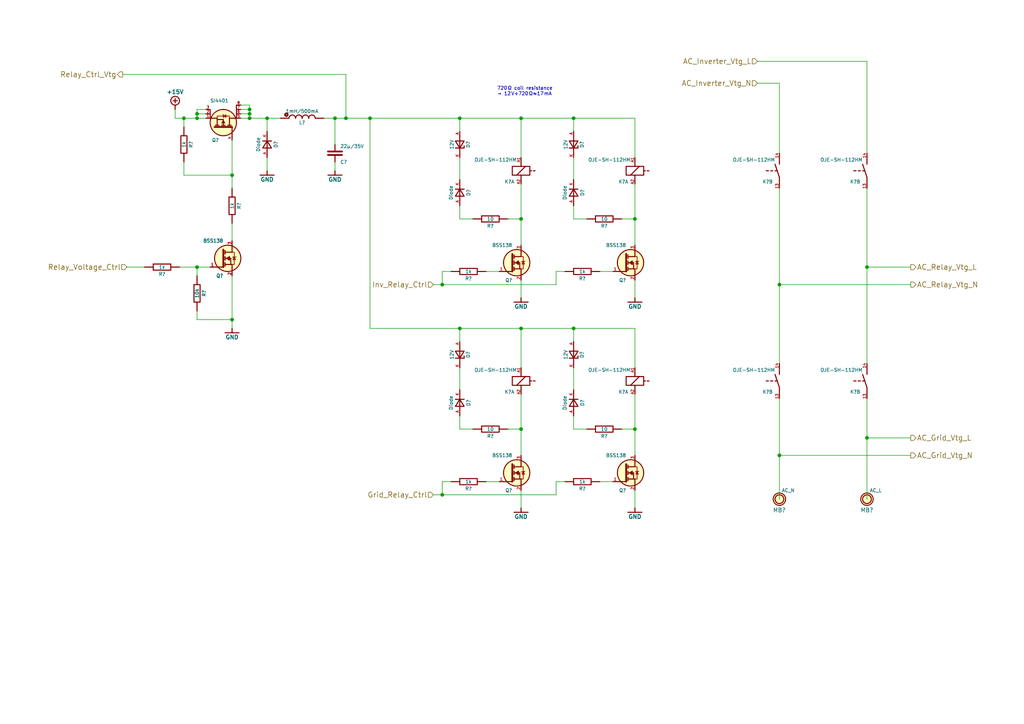
<source format=kicad_sch>
(kicad_sch (version 20230121) (generator eeschema)
  (paper "A4")
  (title_block (rev "0.1") (company "Open Source Solar Inverter Project"))
  (lib_symbols
    (symbol "OSSI_standard_components:+15V" (power) (pin_names (offset 0))
      (property "Value" "+15V" (at 0 5.08 0))
      (symbol "+15V_1_0"
        (polyline (pts (xy -0.635 2.54) (xy 0.635 2.54)) (stroke (width 0.3048)))
        (polyline (pts (xy 0 1.27) (xy 0 0)) (stroke (width 0.3048)))
        (polyline (pts (xy 0 3.175) (xy 0 1.905)) (stroke (width 0.3048)))
        (circle (center 0 2.54) (radius 1.27) (stroke (width 0.3048)))
        (pin power_in line (at 0 0 90) (length 0) hide (name "+15V") (number "1"))
      )
    )
    (symbol "OSSI_standard_components:Capacitor" (pin_numbers hide) (pin_names (offset 1.016) hide)
      (property "Reference" "C" (at 1.524 -2.54 0))
      (property "Value" "Capacitor" (at 1.524 2.032 0))
      (symbol "Capacitor_0_0"
        (polyline (pts (xy -2.032 -0.508) (xy 2.032 -0.508)) (stroke (width 0.508)))
        (polyline (pts (xy -2.032 0.508) (xy 2.032 0.508)) (stroke (width 0.508)))
        (polyline (pts (xy 0 -2.54) (xy 0 -0.635)) (stroke (width 0.3048)))
        (polyline (pts (xy 0 0.635) (xy 0 2.54)) (stroke (width 0.3048)))
        (pin passive line (at 0 -2.54 90) (length 0) (name "1") (number "1"))
        (pin passive line (at 0 2.54 270) (length 0) (name "2") (number "2"))
      )
    )
    (symbol "OSSI_standard_components:Diode" (pin_names (offset 1.016) hide)
      (property "Reference" "D" (at 0 -2.54 0))
      (property "Value" "Diode" (at 0 2.54 0))
      (symbol "Diode_0_0"
        (polyline (pts (xy -3.81 0) (xy 3.81 0)) (stroke (width 0.3048)))
        (polyline (pts (xy 1.016 1.27) (xy 1.016 0) (xy -1.016 1.27) (xy -1.016 -1.27) (xy 1.016 0) (xy 1.016 -1.27)) (stroke (width 0.3048)))
        (pin passive line (at -3.81 0 0) (length 2.54) (name "A") (number "A"))
        (pin passive line (at 3.81 0 180) (length 2.54) (name "K") (number "K"))
      )
    )
    (symbol "OSSI_standard_components:GND" (power) (pin_names (offset 0))
      (property "Value" "GND" (at 0 -2.54 0))
      (symbol "GND_0_0"
        (polyline (pts (xy -2.032 -1.27) (xy 2.032 -1.27)) (stroke (width 0.3048)))
        (polyline (pts (xy 0 -1.27) (xy 0 0)) (stroke (width 0.3048)))
        (pin power_in line (at 0 0 270) (length 0) hide (name "GND") (number "1"))
      )
    )
    (symbol "OSSI_standard_components:Inductor" (pin_numbers hide) (pin_names (offset 1.016) hide)
      (property "Reference" "L" (at 0 -1.27 0))
      (property "Value" "Inductor" (at 0 2.032 0))
      (symbol "Inductor_0_0"
        (circle (center -4.572 1.016) (radius 0.127) (stroke (width 0.508)))
        (arc (start -1.905 0) (mid -2.8448 0.9398) (end -3.81 0) (stroke (width 0.3048)))
        (arc (start 0 0) (mid -0.9398 0.9398) (end -1.905 0) (stroke (width 0.3048)))
        (polyline (pts (xy -3.81 0) (xy -6.35 0)) (stroke (width 0.3048)))
        (polyline (pts (xy 6.35 0) (xy 3.81 0)) (stroke (width 0.3048)))
        (arc (start 1.905 0) (mid 0.9652 0.9398) (end 0 0) (stroke (width 0.3048)))
        (arc (start 3.81 0) (mid 2.8702 0.9398) (end 1.905 0) (stroke (width 0.3048)))
      )
      (symbol "Inductor_1_1"
        (pin passive line (at -6.35 0 0) (length 1.27) (name "1") (number "1"))
        (pin passive line (at 6.35 0 180) (length 1.27) (name "2") (number "2"))
      )
    )
    (symbol "OSSI_standard_components:NMOS" (pin_names (offset 1.016) hide)
      (property "Reference" "Q" (at 0 -5.08 0))
      (property "Value" "NMOS" (at 0 5.08 0))
      (symbol "NMOS_0_0"
        (polyline (pts (xy 0 -2.54) (xy -3.81 -2.54)) (stroke (width 0.3048)))
        (polyline (pts (xy 0 2.54) (xy 0 -2.54)) (stroke (width 0.508)))
        (polyline (pts (xy 0.508 -1.27) (xy 0.508 -2.286)) (stroke (width 0.3048)))
        (polyline (pts (xy 0.508 0.508) (xy 0.508 -0.508)) (stroke (width 0.3048)))
        (polyline (pts (xy 0.508 2.286) (xy 0.508 1.27)) (stroke (width 0.3048)))
        (polyline (pts (xy 2.159 -1.778) (xy 2.159 0)) (stroke (width 0.3048)))
        (polyline (pts (xy 2.159 0) (xy 0.508 0)) (stroke (width 0.3048)))
        (polyline (pts (xy 0.508 -1.778) (xy 2.54 -1.778) (xy 2.54 -5.08)) (stroke (width 0.3048)))
        (polyline (pts (xy 0.508 1.778) (xy 2.54 1.778) (xy 2.54 5.08)) (stroke (width 0.3048)))
        (polyline (pts (xy 1.016 0) (xy 1.778 0.508) (xy 1.778 -0.508) (xy 1.016 0)) (stroke (width 0.3048)) (fill (type outline)))
        (polyline (pts (xy 2.54 -1.778) (xy 3.175 -1.778) (xy 3.175 1.778) (xy 2.54 1.778)) (stroke (width 0.2032)))
        (polyline (pts (xy 3.175 0.381) (xy 2.794 -0.381) (xy 3.556 -0.381) (xy 3.175 0.381)) (stroke (width 0.2032)))
        (polyline (pts (xy 3.683 0.508) (xy 3.556 0.381) (xy 2.794 0.381) (xy 2.667 0.254)) (stroke (width 0.2032)))
        (circle (center 1.27 0) (radius 3.81) (stroke (width 0.3048)) (fill (type background)))
        (pin input line (at -3.81 -2.54 0) (length 1.27) (name "G") (number "1"))
      )
      (symbol "NMOS_1_0"
        (pin passive line (at 2.54 -5.08 90) (length 1.27) (name "S") (number "2"))
        (pin passive line (at 2.54 5.08 270) (length 1.27) (name "D") (number "3"))
      )
    )
    (symbol "OSSI_standard_components:PMOS_SO08" (pin_names (offset 1.016) hide)
      (property "Reference" "Q" (at 0 -5.08 0))
      (property "Value" "PMOS_SO08" (at 0 5.08 0))
      (symbol "PMOS_SO08_0_0"
        (polyline (pts (xy 0 -2.54) (xy -3.81 -2.54)) (stroke (width 0.3048)))
        (polyline (pts (xy 0 2.54) (xy 0 -2.54)) (stroke (width 0.508)))
        (polyline (pts (xy 0.508 -1.27) (xy 0.508 -2.286)) (stroke (width 0.3048)))
        (polyline (pts (xy 0.508 0.508) (xy 0.508 -0.508)) (stroke (width 0.3048)))
        (polyline (pts (xy 0.508 2.286) (xy 0.508 1.27)) (stroke (width 0.3048)))
        (polyline (pts (xy 2.159 0) (xy 0.508 0)) (stroke (width 0.3048)))
        (polyline (pts (xy 2.159 0) (xy 2.159 1.778)) (stroke (width 0.3048)))
        (polyline (pts (xy 0.508 -1.778) (xy 2.54 -1.778) (xy 2.54 -5.08)) (stroke (width 0.3048)))
        (polyline (pts (xy 0.508 1.778) (xy 2.54 1.778) (xy 2.54 5.08)) (stroke (width 0.3048)))
        (polyline (pts (xy 1.905 0) (xy 1.143 0.508) (xy 1.143 -0.508) (xy 1.905 0)) (fill (type outline)))
        (polyline (pts (xy 2.54 -1.778) (xy 3.175 -1.778) (xy 3.175 1.778) (xy 2.54 1.778)) (stroke (width 0.2032)))
        (polyline (pts (xy 3.175 0) (xy 2.794 -0.762) (xy 3.556 -0.762) (xy 3.175 0)) (stroke (width 0.2032)))
        (polyline (pts (xy 3.683 0.127) (xy 3.556 0) (xy 2.794 0) (xy 2.667 -0.127)) (stroke (width 0.2032)))
        (circle (center 1.27 0) (radius 3.81) (stroke (width 0.3048)) (fill (type background)))
        (pin input line (at -3.81 -2.54 0) (length 1.27) (name "G") (number "4"))
      )
      (symbol "PMOS_SO08_0_1"
        (polyline (pts (xy 3.81 -5.08) (xy 3.81 -3.81) (xy 2.54 -3.81)) (stroke (width 0.3048)))
        (polyline (pts (xy 3.81 5.08) (xy 3.81 3.81) (xy 2.54 3.81)) (stroke (width 0.3048)))
        (polyline (pts (xy 5.08 -5.08) (xy 5.08 -3.81) (xy 3.81 -3.81)) (stroke (width 0.3048)))
        (polyline (pts (xy 5.08 5.08) (xy 5.08 3.81) (xy 3.81 3.81)) (stroke (width 0.3048)))
        (polyline (pts (xy 6.35 -5.08) (xy 6.35 -3.81) (xy 5.08 -3.81)) (stroke (width 0.3048)))
      )
      (symbol "PMOS_SO08_1_0"
        (pin passive line (at 2.54 5.08 270) (length 1.27) (name "S") (number "1"))
        (pin passive line (at 3.81 5.08 270) (length 1.27) (name "S") (number "2"))
        (pin passive line (at 5.08 5.08 270) (length 1.27) (name "S") (number "3"))
        (pin passive line (at 2.54 -5.08 90) (length 1.27) (name "D") (number "5"))
        (pin passive line (at 3.81 -5.08 90) (length 1.27) (name "D") (number "6"))
        (pin passive line (at 5.08 -5.08 90) (length 1.27) (name "D") (number "7"))
        (pin passive line (at 6.35 -5.08 90) (length 1.27) (name "D") (number "8"))
      )
    )
    (symbol "OSSI_standard_components:Plated_hole" (pin_numbers hide) (pin_names (offset 1.016) hide)
      (property "Reference" "MB" (at 0 -3.175 0))
      (property "Value" "Plated_hole" (at 0 2.921 0))
      (symbol "Plated_hole_0_0"
        (circle (center 0 0) (radius 1.27) (stroke (width 0.3048)))
        (circle (center 0 0) (radius 1.8034) (stroke (width 0.3048)) (fill (type background)))
        (pin passive line (at 0 0 0) (length 0) (name "1") (number "1"))
      )
    )
    (symbol "OSSI_standard_components:Relay" (pin_names (offset 1.016) hide)
      (property "Reference" "K" (at -1.905 -3.175 0))
      (property "Value" "Relay" (at -1.27 3.175 0))
      (symbol "Relay_1_1"
        (rectangle (start -2.54 1.27) (end 2.54 -1.27) (stroke (width 0.3048)))
        (polyline (pts (xy 0 -1.27) (xy 0 -3.81)) (stroke (width 0.3048)))
        (polyline (pts (xy 0 3.81) (xy 0 1.27)) (stroke (width 0.3048)))
        (polyline (pts (xy 1.27 1.27) (xy -1.27 -1.27)) (stroke (width 0.3048)))
        (polyline (pts (xy 2.54 0) (xy 3.048 0)) (stroke (width 0.3048)))
        (polyline (pts (xy 3.556 0) (xy 4.064 0)) (stroke (width 0.3048)))
        (pin passive line (at 0 3.81 270) (length 1.27) (name "A1") (number "A1"))
        (pin passive line (at 0 -3.81 90) (length 1.27) (name "A2") (number "A2"))
      )
      (symbol "Relay_2_1"
        (polyline (pts (xy -3.175 0) (xy -3.81 0)) (stroke (width 0.3048)))
        (polyline (pts (xy -1.905 0) (xy -2.54 0)) (stroke (width 0.3048)))
        (polyline (pts (xy -0.635 0) (xy -1.27 0)) (stroke (width 0.3048)))
        (polyline (pts (xy 0 -5.08) (xy 0 -2.54)) (stroke (width 0.3048)))
        (polyline (pts (xy 0 2.54) (xy 0 1.905)) (stroke (width 0.3048)))
        (polyline (pts (xy 0 2.54) (xy 0 5.08)) (stroke (width 0.3048)))
        (polyline (pts (xy 0 -2.54) (xy 0 -1.905) (xy -1.27 1.905)) (stroke (width 0.3048)))
        (pin passive line (at 0 -5.08 90) (length 1.27) (name "13") (number "13"))
        (pin passive line (at 0 5.08 270) (length 1.27) (name "14") (number "14"))
      )
    )
    (symbol "OSSI_standard_components:Resistor" (pin_numbers hide) (pin_names (offset 1.016) hide)
      (property "Reference" "R" (at 0 -2.032 0))
      (property "Value" "Resistor" (at 0 0 0))
      (symbol "Resistor_0_0"
        (rectangle (start -2.54 0.889) (end 2.54 -0.889) (stroke (width 0.3048)))
        (polyline (pts (xy -2.54 0) (xy -5.08 0)) (stroke (width 0.3048)))
        (polyline (pts (xy 5.08 0) (xy 2.54 0)) (stroke (width 0.3048)))
      )
      (symbol "Resistor_1_1"
        (pin passive line (at -5.08 0 0) (length 0) (name "1") (number "1"))
        (pin passive line (at 5.08 0 180) (length 0) (name "2") (number "2"))
      )
    )
    (symbol "OSSI_standard_components:Zener" (pin_names (offset 1.016) hide)
      (property "Reference" "D" (at 0 -2.413 0))
      (property "Value" "Zener" (at 0 2.286 0))
      (symbol "Zener_0_0"
        (polyline (pts (xy 0.381 -1.27) (xy 1.016 -1.27)) (stroke (width 0.3048)))
        (polyline (pts (xy -3.81 0) (xy 0.635 0) (xy 3.81 0)) (stroke (width 0.3048)))
        (polyline (pts (xy 1.016 1.27) (xy 1.016 0) (xy -1.016 1.27) (xy -1.016 -1.27) (xy 1.016 0) (xy 1.016 -1.27)) (stroke (width 0.3048)))
        (pin passive line (at -3.81 0 0) (length 1.27) (name "A") (number "A"))
        (pin passive line (at 3.81 0 180) (length 1.27) (name "K") (number "K"))
      )
    )
  )
  (junction (at 151.13 34.29))
  (junction (at 72.39 31.75))
  (junction (at 251.46 77.47))
  (junction (at 151.13 95.25))
  (junction (at 133.35 34.29))
  (junction (at 166.37 34.29))
  (junction (at 184.15 124.46))
  (junction (at 57.15 33.02))
  (junction (at 77.47 34.29))
  (junction (at 166.37 95.25))
  (junction (at 72.39 34.29))
  (junction (at 251.46 127))
  (junction (at 107.315 34.29))
  (junction (at 57.15 34.29))
  (junction (at 133.35 95.25))
  (junction (at 151.13 63.5))
  (junction (at 128.27 143.51))
  (junction (at 57.15 77.47))
  (junction (at 128.27 82.55))
  (junction (at 226.06 132.08))
  (junction (at 67.31 50.8))
  (junction (at 151.13 124.46))
  (junction (at 226.06 82.55))
  (junction (at 72.39 33.02))
  (junction (at 53.34 34.29))
  (junction (at 184.15 63.5))
  (junction (at 100.33 34.29))
  (junction (at 67.31 92.71))
  (junction (at 97.155 34.29))
  (wire (pts (xy 226.06 115.57) (xy 226.06 132.08)))
  (wire (pts (xy 107.315 95.25) (xy 107.315 34.29)))
  (wire (pts (xy 251.46 127) (xy 251.46 144.78)))
  (wire (pts (xy 133.35 124.46) (xy 137.16 124.46)))
  (wire (pts (xy 173.99 139.7) (xy 177.8 139.7)))
  (wire (pts (xy 128.27 139.7) (xy 130.81 139.7)))
  (wire (pts (xy 57.15 31.75) (xy 57.15 33.02)))
  (wire (pts (xy 100.33 21.59) (xy 100.33 34.29)))
  (wire (pts (xy 184.15 142.24) (xy 184.15 147.32)))
  (wire (pts (xy 151.13 124.46) (xy 151.13 132.08)))
  (wire (pts (xy 133.35 106.68) (xy 133.35 113.03)))
  (wire (pts (xy 166.37 124.46) (xy 170.18 124.46)))
  (wire (pts (xy 180.34 124.46) (xy 184.15 124.46)))
  (wire (pts (xy 166.37 45.72) (xy 166.37 52.07)))
  (wire (pts (xy 128.27 139.7) (xy 128.27 143.51)))
  (wire (pts (xy 57.15 34.29) (xy 59.69 34.29)))
  (wire (pts (xy 77.47 34.29) (xy 81.28 34.29)))
  (wire (pts (xy 57.15 77.47) (xy 60.96 77.47)))
  (wire (pts (xy 226.06 54.61) (xy 226.06 82.55)))
  (wire (pts (xy 100.33 34.29) (xy 107.315 34.29)))
  (wire (pts (xy 151.13 95.25) (xy 166.37 95.25)))
  (wire (pts (xy 151.13 114.3) (xy 151.13 124.46)))
  (wire (pts (xy 166.37 34.29) (xy 166.37 38.1)))
  (wire (pts (xy 151.13 81.28) (xy 151.13 86.36)))
  (wire (pts (xy 50.8 31.75) (xy 50.8 34.29)))
  (wire (pts (xy 264.16 82.55) (xy 226.06 82.55)))
  (wire (pts (xy 251.46 54.61) (xy 251.46 77.47)))
  (wire (pts (xy 161.29 78.74) (xy 163.83 78.74)))
  (wire (pts (xy 184.15 63.5) (xy 184.15 71.12)))
  (wire (pts (xy 140.97 139.7) (xy 144.78 139.7)))
  (wire (pts (xy 77.47 49.53) (xy 77.47 45.72)))
  (wire (pts (xy 151.13 34.29) (xy 151.13 45.72)))
  (wire (pts (xy 166.37 34.29) (xy 184.15 34.29)))
  (wire (pts (xy 128.27 143.51) (xy 161.29 143.51)))
  (wire (pts (xy 125.73 143.51) (xy 128.27 143.51)))
  (wire (pts (xy 140.97 78.74) (xy 144.78 78.74)))
  (wire (pts (xy 57.15 92.71) (xy 67.31 92.71)))
  (wire (pts (xy 133.35 95.25) (xy 133.35 99.06)))
  (wire (pts (xy 128.27 82.55) (xy 161.29 82.55)))
  (wire (pts (xy 166.37 95.25) (xy 166.37 99.06)))
  (wire (pts (xy 226.06 82.55) (xy 226.06 105.41)))
  (wire (pts (xy 57.15 77.47) (xy 57.15 80.01)))
  (wire (pts (xy 93.98 34.29) (xy 97.155 34.29)))
  (wire (pts (xy 166.37 63.5) (xy 170.18 63.5)))
  (wire (pts (xy 251.46 77.47) (xy 251.46 105.41)))
  (wire (pts (xy 133.35 63.5) (xy 137.16 63.5)))
  (wire (pts (xy 184.15 53.34) (xy 184.15 63.5)))
  (wire (pts (xy 97.155 41.91) (xy 97.155 34.29)))
  (wire (pts (xy 69.85 30.48) (xy 72.39 30.48)))
  (wire (pts (xy 180.34 63.5) (xy 184.15 63.5)))
  (wire (pts (xy 59.69 31.75) (xy 57.15 31.75)))
  (wire (pts (xy 184.15 114.3) (xy 184.15 124.46)))
  (wire (pts (xy 264.16 127) (xy 251.46 127)))
  (wire (pts (xy 133.35 120.65) (xy 133.35 124.46)))
  (wire (pts (xy 72.39 31.75) (xy 72.39 33.02)))
  (wire (pts (xy 251.46 17.78) (xy 251.46 44.45)))
  (wire (pts (xy 151.13 53.34) (xy 151.13 63.5)))
  (wire (pts (xy 35.56 21.59) (xy 100.33 21.59)))
  (wire (pts (xy 128.27 78.74) (xy 130.81 78.74)))
  (wire (pts (xy 107.315 95.25) (xy 133.35 95.25)))
  (wire (pts (xy 166.37 120.65) (xy 166.37 124.46)))
  (wire (pts (xy 69.85 34.29) (xy 72.39 34.29)))
  (wire (pts (xy 72.39 30.48) (xy 72.39 31.75)))
  (wire (pts (xy 184.15 95.25) (xy 184.15 106.68)))
  (wire (pts (xy 147.32 63.5) (xy 151.13 63.5)))
  (wire (pts (xy 133.35 45.72) (xy 133.35 52.07)))
  (wire (pts (xy 184.15 124.46) (xy 184.15 132.08)))
  (wire (pts (xy 166.37 95.25) (xy 184.15 95.25)))
  (wire (pts (xy 251.46 115.57) (xy 251.46 127)))
  (wire (pts (xy 125.73 82.55) (xy 128.27 82.55)))
  (wire (pts (xy 264.16 132.08) (xy 226.06 132.08)))
  (wire (pts (xy 67.31 50.8) (xy 67.31 54.61)))
  (wire (pts (xy 69.85 31.75) (xy 72.39 31.75)))
  (wire (pts (xy 69.85 33.02) (xy 72.39 33.02)))
  (wire (pts (xy 166.37 59.69) (xy 166.37 63.5)))
  (wire (pts (xy 53.34 34.29) (xy 57.15 34.29)))
  (wire (pts (xy 53.34 50.8) (xy 67.31 50.8)))
  (wire (pts (xy 226.06 132.08) (xy 226.06 144.78)))
  (wire (pts (xy 184.15 81.28) (xy 184.15 86.36)))
  (wire (pts (xy 67.31 64.77) (xy 67.31 69.85)))
  (wire (pts (xy 128.27 78.74) (xy 128.27 82.55)))
  (wire (pts (xy 133.35 95.25) (xy 151.13 95.25)))
  (wire (pts (xy 97.155 46.99) (xy 97.155 49.53)))
  (wire (pts (xy 151.13 63.5) (xy 151.13 71.12)))
  (wire (pts (xy 67.31 80.01) (xy 67.31 92.71)))
  (wire (pts (xy 161.29 139.7) (xy 163.83 139.7)))
  (wire (pts (xy 97.155 34.29) (xy 100.33 34.29)))
  (wire (pts (xy 50.8 34.29) (xy 53.34 34.29)))
  (wire (pts (xy 52.07 77.47) (xy 57.15 77.47)))
  (wire (pts (xy 53.34 46.99) (xy 53.34 50.8)))
  (wire (pts (xy 57.15 33.02) (xy 57.15 34.29)))
  (wire (pts (xy 133.35 34.29) (xy 133.35 38.1)))
  (wire (pts (xy 184.15 34.29) (xy 184.15 45.72)))
  (wire (pts (xy 166.37 106.68) (xy 166.37 113.03)))
  (wire (pts (xy 161.29 143.51) (xy 161.29 139.7)))
  (wire (pts (xy 67.31 92.71) (xy 67.31 95.25)))
  (wire (pts (xy 133.35 59.69) (xy 133.35 63.5)))
  (wire (pts (xy 59.69 33.02) (xy 57.15 33.02)))
  (wire (pts (xy 226.06 24.13) (xy 226.06 44.45)))
  (wire (pts (xy 53.34 34.29) (xy 53.34 36.83)))
  (wire (pts (xy 133.35 34.29) (xy 151.13 34.29)))
  (wire (pts (xy 264.16 77.47) (xy 251.46 77.47)))
  (wire (pts (xy 36.83 77.47) (xy 41.91 77.47)))
  (wire (pts (xy 77.47 38.1) (xy 77.47 34.29)))
  (wire (pts (xy 151.13 34.29) (xy 166.37 34.29)))
  (wire (pts (xy 147.32 124.46) (xy 151.13 124.46)))
  (wire (pts (xy 151.13 95.25) (xy 151.13 106.68)))
  (wire (pts (xy 151.13 142.24) (xy 151.13 147.32)))
  (wire (pts (xy 72.39 34.29) (xy 77.47 34.29)))
  (wire (pts (xy 219.71 17.78) (xy 251.46 17.78)))
  (wire (pts (xy 219.71 24.13) (xy 226.06 24.13)))
  (wire (pts (xy 67.31 40.64) (xy 67.31 50.8)))
  (wire (pts (xy 72.39 33.02) (xy 72.39 34.29)))
  (wire (pts (xy 57.15 90.17) (xy 57.15 92.71)))
  (wire (pts (xy 173.99 78.74) (xy 177.8 78.74)))
  (wire (pts (xy 161.29 82.55) (xy 161.29 78.74)))
  (wire (pts (xy 107.315 34.29) (xy 133.35 34.29)))
  (text "720 Ω coil resistance\n→ 12 V÷720 Ω≈17 mA" (at 144.145 27.94 0) (effects (font (size 0.9906 0.9906)) (justify left bottom)))
  (hierarchical_label "Relay_Voltage_Ctrl" (shape input) (at 36.83 77.47 180) (effects (font (size 1.524 1.524))))
  (hierarchical_label "AC_Inverter_Vtg_L" (shape input) (at 219.71 17.78 180) (effects (font (size 1.524 1.524))))
  (hierarchical_label "AC_Grid_Vtg_L" (shape output) (at 264.16 127 0) (effects (font (size 1.524 1.524))))
  (hierarchical_label "AC_Relay_Vtg_N" (shape output) (at 264.16 82.55 0) (effects (font (size 1.524 1.524))))
  (hierarchical_label "AC_Inverter_Vtg_N" (shape input) (at 219.71 24.13 180) (effects (font (size 1.524 1.524))))
  (hierarchical_label "AC_Relay_Vtg_L" (shape output) (at 264.16 77.47 0) (effects (font (size 1.524 1.524))))
  (hierarchical_label "AC_Grid_Vtg_N" (shape output) (at 264.16 132.08 0) (effects (font (size 1.524 1.524))))
  (hierarchical_label "Inv_Relay_Ctrl" (shape input) (at 125.73 82.55 180) (effects (font (size 1.524 1.524))))
  (hierarchical_label "Grid_Relay_Ctrl" (shape input) (at 125.73 143.51 180) (effects (font (size 1.524 1.524))))
  (hierarchical_label "Relay_Ctrl_Vtg" (shape output) (at 35.56 21.59 180) (effects (font (size 1.524 1.524))))
  (symbol (lib_id "OSSI_standard_components:Resistor") (at 53.34 41.91 90) (mirror x) (unit 1)
    (property "Reference" "R?" (at 55.372 41.91 0) (effects (font (size 0.9906 0.9906))))
    (property "Value" "1k" (at 53.34 41.91 0) (effects (font (size 0.9906 0.9906))))
    (property "Tolerance" "%" (effects hide))
    (property "Manufacturer" "M" (effects hide))
    (property "Partnumber" "P" (effects hide))
    (property "Supplier" "S" (effects hide))
    (property "Order No." "O.No." (effects hide))
  )
  (symbol (lib_id "OSSI_standard_components:Resistor") (at 67.31 59.69 90) (mirror x) (unit 1)
    (property "Reference" "R?" (at 69.342 59.69 0) (effects (font (size 0.9906 0.9906))))
    (property "Value" "1k" (at 67.31 59.69 0) (effects (font (size 0.9906 0.9906))))
    (property "Tolerance" "%" (effects hide))
    (property "Manufacturer" "M" (effects hide))
    (property "Partnumber" "P" (effects hide))
    (property "Supplier" "S" (effects hide))
    (property "Order No." "O.No." (effects hide))
  )
  (symbol (lib_id "OSSI_standard_components:Resistor") (at 46.99 77.47 0) (mirror y) (unit 1)
    (property "Reference" "R?" (at 46.99 79.502 0) (effects (font (size 0.9906 0.9906))))
    (property "Value" "1k" (at 46.99 77.47 0) (effects (font (size 0.9906 0.9906))))
    (property "Tolerance" "%" (effects hide))
    (property "Manufacturer" "M" (effects hide))
    (property "Partnumber" "P" (effects hide))
    (property "Supplier" "S" (effects hide))
    (property "Order No." "O.No." (effects hide))
  )
  (symbol (lib_id "OSSI_standard_components:Resistor") (at 57.15 85.09 90) (mirror x) (unit 1)
    (property "Reference" "R?" (at 59.182 85.09 0) (effects (font (size 0.9906 0.9906))))
    (property "Value" "10k" (at 57.15 85.09 0) (effects (font (size 0.9906 0.9906))))
    (property "Tolerance" "%" (effects hide))
    (property "Manufacturer" "M" (effects hide))
    (property "Partnumber" "P" (effects hide))
    (property "Supplier" "S" (effects hide))
    (property "Order No." "O.No." (effects hide))
  )
  (symbol (lib_id "OSSI_standard_components:PMOS_SO08") (at 64.77 36.83 90) (unit 1)
    (property "Reference" "Q?" (at 63.5 40.64 90) (effects (font (size 0.9906 0.9906)) (justify left)))
    (property "Value" "SI4401" (at 60.96 29.21 90) (effects (font (size 0.9906 0.9906)) (justify right)))
    (property "Manufacturer" "M" (effects hide))
    (property "Partnumber" "P" (effects hide))
    (property "Supplier" "S" (effects hide))
    (property "Order No." "O.No." (effects hide))
  )
  (symbol (lib_id "OSSI_standard_components:Inductor") (at 87.63 34.29 0) (unit 1)
    (property "Reference" "L?" (at 87.63 35.56 0) (effects (font (size 0.9906 0.9906))))
    (property "Value" "1mH/500mA" (at 87.63 32.258 0) (effects (font (size 0.9906 0.9906))))
    (property "Manufacturer" "M" (effects hide))
    (property "Partnumber" "P" (effects hide))
    (property "Supplier" "S" (effects hide))
    (property "Order No." "O.No." (effects hide))
  )
  (symbol (lib_id "OSSI_standard_components:NMOS") (at 64.77 74.93 0) (unit 1)
    (property "Reference" "Q?" (at 64.77 80.01 0) (effects (font (size 0.9906 0.9906)) (justify right)))
    (property "Value" "BSS138" (at 64.77 69.85 0) (effects (font (size 0.9906 0.9906)) (justify right)))
    (property "Manufacturer" "M" (effects hide))
    (property "Partnumber" "P" (effects hide))
    (property "Supplier" "S" (effects hide))
    (property "Order No." "O.No." (effects hide))
  )
  (symbol (lib_id "OSSI_standard_components:Capacitor") (at 97.155 44.45 0) (unit 1)
    (property "Reference" "C?" (at 98.679 46.99 0) (effects (font (size 0.9906 0.9906)) (justify left)))
    (property "Value" "22µ/35V" (at 98.679 42.418 0) (effects (font (size 0.9906 0.9906)) (justify left)))
    (property "Tolerance" "%" (effects hide))
    (property "Manufacturer" "M" (effects hide))
    (property "Partnumber" "P" (effects hide))
    (property "Supplier" "S" (effects hide))
    (property "Order No." "O.No." (effects hide))
  )
  (symbol (lib_id "OSSI_standard_components:Zener") (at 133.35 41.91 90) (mirror x) (unit 1)
    (property "Reference" "D?" (at 135.763 41.91 0) (effects (font (size 0.9906 0.9906))))
    (property "Value" "12V" (at 131.064 41.91 0) (effects (font (size 0.9906 0.9906))))
    (property "Manufacturer" "M" (effects hide))
    (property "Partnumber" "P" (effects hide))
    (property "Supplier" "S" (effects hide))
    (property "Order No." "O.No." (effects hide))
  )
  (symbol (lib_id "OSSI_standard_components:Diode") (at 133.35 55.88 90) (unit 1)
    (property "Reference" "D?" (at 135.89 55.88 0) (effects (font (size 0.9906 0.9906))))
    (property "Value" "Diode" (at 130.81 55.88 0) (effects (font (size 0.9906 0.9906))))
    (property "Manufacturer" "M" (effects hide))
    (property "Partnumber" "P" (effects hide))
    (property "Supplier" "S" (effects hide))
    (property "Order No." "O.No." (effects hide))
  )
  (symbol (lib_id "OSSI_standard_components:Diode") (at 166.37 55.88 90) (unit 1)
    (property "Reference" "D?" (at 168.91 55.88 0) (effects (font (size 0.9906 0.9906))))
    (property "Value" "Diode" (at 163.83 55.88 0) (effects (font (size 0.9906 0.9906))))
    (property "Manufacturer" "M" (effects hide))
    (property "Partnumber" "P" (effects hide))
    (property "Supplier" "S" (effects hide))
    (property "Order No." "O.No." (effects hide))
  )
  (symbol (lib_id "OSSI_standard_components:Zener") (at 166.37 41.91 90) (mirror x) (unit 1)
    (property "Reference" "D?" (at 168.783 41.91 0) (effects (font (size 0.9906 0.9906))))
    (property "Value" "12V" (at 164.084 41.91 0) (effects (font (size 0.9906 0.9906))))
    (property "Manufacturer" "M" (effects hide))
    (property "Partnumber" "P" (effects hide))
    (property "Supplier" "S" (effects hide))
    (property "Order No." "O.No." (effects hide))
  )
  (symbol (lib_id "OSSI_standard_components:Resistor") (at 142.24 63.5 0) (mirror y) (unit 1)
    (property "Reference" "R?" (at 142.24 65.532 0) (effects (font (size 0.9906 0.9906))))
    (property "Value" "10" (at 142.24 63.5 0) (effects (font (size 0.9906 0.9906))))
    (property "Tolerance" "%" (effects hide))
    (property "Manufacturer" "M" (effects hide))
    (property "Partnumber" "P" (effects hide))
    (property "Supplier" "S" (effects hide))
    (property "Order No." "O.No." (effects hide))
  )
  (symbol (lib_id "OSSI_standard_components:Resistor") (at 135.89 78.74 0) (mirror y) (unit 1)
    (property "Reference" "R?" (at 135.89 80.772 0) (effects (font (size 0.9906 0.9906))))
    (property "Value" "1k" (at 135.89 78.74 0) (effects (font (size 0.9906 0.9906))))
    (property "Tolerance" "%" (effects hide))
    (property "Manufacturer" "M" (effects hide))
    (property "Partnumber" "P" (effects hide))
    (property "Supplier" "S" (effects hide))
    (property "Order No." "O.No." (effects hide))
  )
  (symbol (lib_id "OSSI_standard_components:NMOS") (at 148.59 76.2 0) (unit 1)
    (property "Reference" "Q?" (at 148.59 81.28 0) (effects (font (size 0.9906 0.9906)) (justify right)))
    (property "Value" "BSS138" (at 148.59 71.12 0) (effects (font (size 0.9906 0.9906)) (justify right)))
    (property "Manufacturer" "M" (effects hide))
    (property "Partnumber" "P" (effects hide))
    (property "Supplier" "S" (effects hide))
    (property "Order No." "O.No." (effects hide))
  )
  (symbol (lib_id "OSSI_standard_components:NMOS") (at 181.61 76.2 0) (unit 1)
    (property "Reference" "Q?" (at 181.61 81.28 0) (effects (font (size 0.9906 0.9906)) (justify right)))
    (property "Value" "BSS138" (at 181.61 71.12 0) (effects (font (size 0.9906 0.9906)) (justify right)))
    (property "Manufacturer" "M" (effects hide))
    (property "Partnumber" "P" (effects hide))
    (property "Supplier" "S" (effects hide))
    (property "Order No." "O.No." (effects hide))
  )
  (symbol (lib_id "OSSI_standard_components:Resistor") (at 168.91 78.74 0) (mirror y) (unit 1)
    (property "Reference" "R?" (at 168.91 80.772 0) (effects (font (size 0.9906 0.9906))))
    (property "Value" "1k" (at 168.91 78.74 0) (effects (font (size 0.9906 0.9906))))
    (property "Tolerance" "%" (effects hide))
    (property "Manufacturer" "M" (effects hide))
    (property "Partnumber" "P" (effects hide))
    (property "Supplier" "S" (effects hide))
    (property "Order No." "O.No." (effects hide))
  )
  (symbol (lib_id "OSSI_standard_components:Resistor") (at 175.26 63.5 0) (mirror y) (unit 1)
    (property "Reference" "R?" (at 175.26 65.532 0) (effects (font (size 0.9906 0.9906))))
    (property "Value" "10" (at 175.26 63.5 0) (effects (font (size 0.9906 0.9906))))
    (property "Tolerance" "%" (effects hide))
    (property "Manufacturer" "M" (effects hide))
    (property "Partnumber" "P" (effects hide))
    (property "Supplier" "S" (effects hide))
    (property "Order No." "O.No." (effects hide))
  )
  (symbol (lib_id "OSSI_standard_components:Zener") (at 133.35 102.87 90) (mirror x) (unit 1)
    (property "Reference" "D?" (at 135.763 102.87 0) (effects (font (size 0.9906 0.9906))))
    (property "Value" "12V" (at 131.064 102.87 0) (effects (font (size 0.9906 0.9906))))
    (property "Manufacturer" "M" (effects hide))
    (property "Partnumber" "P" (effects hide))
    (property "Supplier" "S" (effects hide))
    (property "Order No." "O.No." (effects hide))
  )
  (symbol (lib_id "OSSI_standard_components:Zener") (at 166.37 102.87 90) (mirror x) (unit 1)
    (property "Reference" "D?" (at 168.783 102.87 0) (effects (font (size 0.9906 0.9906))))
    (property "Value" "12V" (at 164.084 102.87 0) (effects (font (size 0.9906 0.9906))))
    (property "Manufacturer" "M" (effects hide))
    (property "Partnumber" "P" (effects hide))
    (property "Supplier" "S" (effects hide))
    (property "Order No." "O.No." (effects hide))
  )
  (symbol (lib_id "OSSI_standard_components:Diode") (at 133.35 116.84 90) (unit 1)
    (property "Reference" "D?" (at 135.89 116.84 0) (effects (font (size 0.9906 0.9906))))
    (property "Value" "Diode" (at 130.81 116.84 0) (effects (font (size 0.9906 0.9906))))
    (property "Manufacturer" "M" (effects hide))
    (property "Partnumber" "P" (effects hide))
    (property "Supplier" "S" (effects hide))
    (property "Order No." "O.No." (effects hide))
  )
  (symbol (lib_id "OSSI_standard_components:Diode") (at 166.37 116.84 90) (unit 1)
    (property "Reference" "D?" (at 168.91 116.84 0) (effects (font (size 0.9906 0.9906))))
    (property "Value" "Diode" (at 163.83 116.84 0) (effects (font (size 0.9906 0.9906))))
    (property "Manufacturer" "M" (effects hide))
    (property "Partnumber" "P" (effects hide))
    (property "Supplier" "S" (effects hide))
    (property "Order No." "O.No." (effects hide))
  )
  (symbol (lib_id "OSSI_standard_components:NMOS") (at 148.59 137.16 0) (unit 1)
    (property "Reference" "Q?" (at 148.59 142.24 0) (effects (font (size 0.9906 0.9906)) (justify right)))
    (property "Value" "BSS138" (at 148.59 132.08 0) (effects (font (size 0.9906 0.9906)) (justify right)))
    (property "Manufacturer" "M" (effects hide))
    (property "Partnumber" "P" (effects hide))
    (property "Supplier" "S" (effects hide))
    (property "Order No." "O.No." (effects hide))
  )
  (symbol (lib_id "OSSI_standard_components:NMOS") (at 181.61 137.16 0) (unit 1)
    (property "Reference" "Q?" (at 181.61 142.24 0) (effects (font (size 0.9906 0.9906)) (justify right)))
    (property "Value" "BSS138" (at 181.61 132.08 0) (effects (font (size 0.9906 0.9906)) (justify right)))
    (property "Manufacturer" "M" (effects hide))
    (property "Partnumber" "P" (effects hide))
    (property "Supplier" "S" (effects hide))
    (property "Order No." "O.No." (effects hide))
  )
  (symbol (lib_id "OSSI_standard_components:Resistor") (at 168.91 139.7 0) (mirror y) (unit 1)
    (property "Reference" "R?" (at 168.91 141.732 0) (effects (font (size 0.9906 0.9906))))
    (property "Value" "1k" (at 168.91 139.7 0) (effects (font (size 0.9906 0.9906))))
    (property "Tolerance" "%" (effects hide))
    (property "Manufacturer" "M" (effects hide))
    (property "Partnumber" "P" (effects hide))
    (property "Supplier" "S" (effects hide))
    (property "Order No." "O.No." (effects hide))
  )
  (symbol (lib_id "OSSI_standard_components:Resistor") (at 135.89 139.7 0) (mirror y) (unit 1)
    (property "Reference" "R?" (at 135.89 141.732 0) (effects (font (size 0.9906 0.9906))))
    (property "Value" "1k" (at 135.89 139.7 0) (effects (font (size 0.9906 0.9906))))
    (property "Tolerance" "%" (effects hide))
    (property "Manufacturer" "M" (effects hide))
    (property "Partnumber" "P" (effects hide))
    (property "Supplier" "S" (effects hide))
    (property "Order No." "O.No." (effects hide))
  )
  (symbol (lib_id "OSSI_standard_components:Resistor") (at 142.24 124.46 0) (mirror y) (unit 1)
    (property "Reference" "R?" (at 142.24 126.492 0) (effects (font (size 0.9906 0.9906))))
    (property "Value" "10" (at 142.24 124.46 0) (effects (font (size 0.9906 0.9906))))
    (property "Tolerance" "%" (effects hide))
    (property "Manufacturer" "M" (effects hide))
    (property "Partnumber" "P" (effects hide))
    (property "Supplier" "S" (effects hide))
    (property "Order No." "O.No." (effects hide))
  )
  (symbol (lib_id "OSSI_standard_components:Resistor") (at 175.26 124.46 0) (mirror y) (unit 1)
    (property "Reference" "R?" (at 175.26 126.492 0) (effects (font (size 0.9906 0.9906))))
    (property "Value" "10" (at 175.26 124.46 0) (effects (font (size 0.9906 0.9906))))
    (property "Tolerance" "%" (effects hide))
    (property "Manufacturer" "M" (effects hide))
    (property "Partnumber" "P" (effects hide))
    (property "Supplier" "S" (effects hide))
    (property "Order No." "O.No." (effects hide))
  )
  (symbol (lib_id "OSSI_standard_components:Relay") (at 151.13 49.53 0) (unit 1)
    (property "Reference" "K?" (at 149.225 52.705 0) (effects (font (size 0.9906 0.9906)) (justify right)))
    (property "Value" "OJE-SH-112HM" (at 149.86 46.355 0) (effects (font (size 0.9906 0.9906)) (justify right)))
    (property "Manufacturer" "M" (effects hide))
    (property "Partnumber" "P" (effects hide))
    (property "Supplier" "S" (effects hide))
    (property "Order No." "O.No." (effects hide))
  )
  (symbol (lib_id "OSSI_standard_components:Relay") (at 226.06 49.53 0) (unit 2)
    (property "Reference" "K?" (at 224.155 52.705 0) (effects (font (size 0.9906 0.9906)) (justify right)))
    (property "Value" "OJE-SH-112HM" (at 224.79 46.355 0) (effects (font (size 0.9906 0.9906)) (justify right)))
    (property "Manufacturer" "M" (effects hide))
    (property "Partnumber" "P" (effects hide))
    (property "Supplier" "S" (effects hide))
    (property "Order No." "O.No." (effects hide))
  )
  (symbol (lib_id "OSSI_standard_components:Relay") (at 251.46 49.53 0) (unit 2)
    (property "Reference" "K?" (at 249.555 52.705 0) (effects (font (size 0.9906 0.9906)) (justify right)))
    (property "Value" "OJE-SH-112HM" (at 250.19 46.355 0) (effects (font (size 0.9906 0.9906)) (justify right)))
    (property "Manufacturer" "M" (effects hide))
    (property "Partnumber" "P" (effects hide))
    (property "Supplier" "S" (effects hide))
    (property "Order No." "O.No." (effects hide))
  )
  (symbol (lib_id "OSSI_standard_components:Relay") (at 226.06 110.49 0) (unit 2)
    (property "Reference" "K?" (at 224.155 113.665 0) (effects (font (size 0.9906 0.9906)) (justify right)))
    (property "Value" "OJE-SH-112HM" (at 224.79 107.315 0) (effects (font (size 0.9906 0.9906)) (justify right)))
    (property "Manufacturer" "M" (effects hide))
    (property "Partnumber" "P" (effects hide))
    (property "Supplier" "S" (effects hide))
    (property "Order No." "O.No." (effects hide))
  )
  (symbol (lib_id "OSSI_standard_components:Relay") (at 251.46 110.49 0) (unit 2)
    (property "Reference" "K?" (at 249.555 113.665 0) (effects (font (size 0.9906 0.9906)) (justify right)))
    (property "Value" "OJE-SH-112HM" (at 250.19 107.315 0) (effects (font (size 0.9906 0.9906)) (justify right)))
    (property "Manufacturer" "M" (effects hide))
    (property "Partnumber" "P" (effects hide))
    (property "Supplier" "S" (effects hide))
    (property "Order No." "O.No." (effects hide))
  )
  (symbol (lib_id "OSSI_standard_components:Relay") (at 184.15 49.53 0) (unit 1)
    (property "Reference" "K?" (at 182.245 52.705 0) (effects (font (size 0.9906 0.9906)) (justify right)))
    (property "Value" "OJE-SH-112HM" (at 182.88 46.355 0) (effects (font (size 0.9906 0.9906)) (justify right)))
    (property "Manufacturer" "M" (effects hide))
    (property "Partnumber" "P" (effects hide))
    (property "Supplier" "S" (effects hide))
    (property "Order No." "O.No." (effects hide))
  )
  (symbol (lib_id "OSSI_standard_components:Relay") (at 151.13 110.49 0) (unit 1)
    (property "Reference" "K?" (at 149.225 113.665 0) (effects (font (size 0.9906 0.9906)) (justify right)))
    (property "Value" "OJE-SH-112HM" (at 149.86 107.315 0) (effects (font (size 0.9906 0.9906)) (justify right)))
    (property "Manufacturer" "M" (effects hide))
    (property "Partnumber" "P" (effects hide))
    (property "Supplier" "S" (effects hide))
    (property "Order No." "O.No." (effects hide))
  )
  (symbol (lib_id "OSSI_standard_components:Relay") (at 184.15 110.49 0) (unit 1)
    (property "Reference" "K?" (at 182.245 113.665 0) (effects (font (size 0.9906 0.9906)) (justify right)))
    (property "Value" "OJE-SH-112HM" (at 182.88 107.315 0) (effects (font (size 0.9906 0.9906)) (justify right)))
    (property "Manufacturer" "M" (effects hide))
    (property "Partnumber" "P" (effects hide))
    (property "Supplier" "S" (effects hide))
    (property "Order No." "O.No." (effects hide))
  )
  (symbol (lib_id "OSSI_standard_components:GND") (at 151.13 147.32 0) (unit 1)
    (property "Reference" "#GND0101" (effects hide))
    (property "Value" "GND" (at 151.13 149.86 0) (effects (font (size 1.1938 1.1938) bold)))
  )
  (symbol (lib_id "OSSI_standard_components:GND") (at 184.15 147.32 0) (unit 1)
    (property "Reference" "#GND0102" (effects hide))
    (property "Value" "GND" (at 184.15 149.86 0) (effects (font (size 1.1938 1.1938) bold)))
  )
  (symbol (lib_id "OSSI_standard_components:GND") (at 151.13 86.36 0) (unit 1)
    (property "Reference" "#GND0103" (effects hide))
    (property "Value" "GND" (at 151.13 88.9 0) (effects (font (size 1.1938 1.1938) bold)))
  )
  (symbol (lib_id "OSSI_standard_components:GND") (at 184.15 86.36 0) (unit 1)
    (property "Reference" "#GND0104" (effects hide))
    (property "Value" "GND" (at 184.15 88.9 0) (effects (font (size 1.1938 1.1938) bold)))
  )
  (symbol (lib_id "OSSI_standard_components:GND") (at 67.31 95.25 0) (unit 1)
    (property "Reference" "#GND0105" (effects hide))
    (property "Value" "GND" (at 67.31 97.79 0) (effects (font (size 1.1938 1.1938) bold)))
  )
  (symbol (lib_id "OSSI_standard_components:GND") (at 97.155 49.53 0) (unit 1)
    (property "Reference" "#GND0106" (effects hide))
    (property "Value" "GND" (at 97.155 52.07 0) (effects (font (size 1.1938 1.1938) bold)))
  )
  (symbol (lib_id "OSSI_standard_components:Plated_hole") (at 226.06 144.78 0) (unit 1)
    (property "Reference" "MB?" (at 226.06 147.955 0) (effects (font (size 1.1938 1.1938))))
    (property "Value" "AC_N" (at 228.6 142.24 0) (effects (font (size 0.9906 0.9906))))
  )
  (symbol (lib_id "OSSI_standard_components:Plated_hole") (at 251.46 144.78 0) (unit 1)
    (property "Reference" "MB?" (at 251.46 147.955 0) (effects (font (size 1.1938 1.1938))))
    (property "Value" "AC_L" (at 254 142.24 0) (effects (font (size 0.9906 0.9906))))
  )
  (symbol (lib_id "OSSI_standard_components:+15V") (at 50.8 31.75 0) (unit 1)
    (property "Reference" "#+15V0101" (effects hide))
    (property "Value" "+15V" (at 50.8 26.67 0) (effects (font (size 1.1938 1.1938) bold)))
  )
  (symbol (lib_id "OSSI_standard_components:Diode") (at 77.47 41.91 90) (unit 1)
    (property "Reference" "D?" (at 80.01 41.91 0) (effects (font (size 0.9906 0.9906))))
    (property "Value" "Diode" (at 74.93 41.91 0) (effects (font (size 0.9906 0.9906))))
    (property "Manufacturer" "M" (effects hide))
    (property "Partnumber" "P" (effects hide))
    (property "Supplier" "S" (effects hide))
    (property "Order No." "O.No." (effects hide))
  )
  (symbol (lib_id "OSSI_standard_components:GND") (at 77.47 49.53 0) (unit 1)
    (property "Reference" "#GND0107" (effects hide))
    (property "Value" "GND" (at 77.47 52.07 0) (effects (font (size 1.1938 1.1938) bold)))
  )
)
</source>
